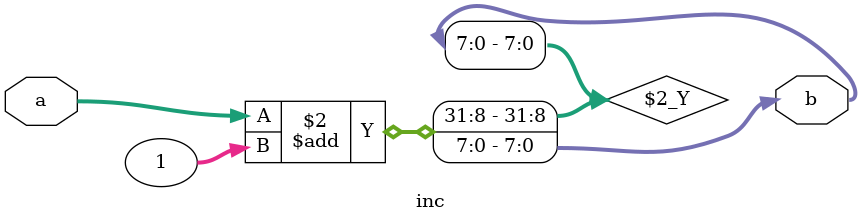
<source format=v>
`timescale 1ns / 1ps
module inc(a,b);
input [7:0] a;
output reg [7:0] b;

always@(a) begin
	b<=a+1;
end

endmodule

</source>
